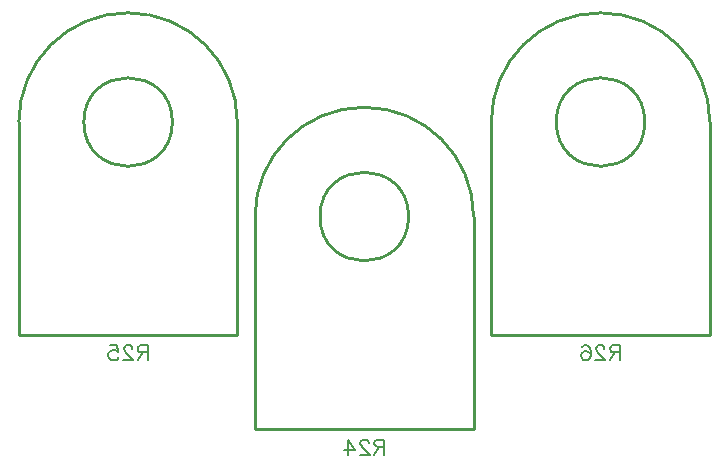
<source format=gbr>
G04 DipTrace 3.2.0.1*
G04 BottomSilk.gbr*
%MOIN*%
G04 #@! TF.FileFunction,Legend,Bot*
G04 #@! TF.Part,Single*
%ADD10C,0.009843*%
%ADD52C,0.00772*%
%FSLAX26Y26*%
G04*
G70*
G90*
G75*
G01*
G04 BotSilk*
%LPD*%
X1466537Y2047244D2*
D10*
G02X1466537Y2047244I147636J0D01*
G01*
X1978346Y2047297D2*
G03X1250000Y2047297I-364173J-53D01*
G01*
X1978346D2*
Y1338583D1*
X1250000Y2047297D2*
Y1338583D1*
X1978346D2*
X1250000D1*
X679136Y2362204D2*
G02X679136Y2362204I147636J0D01*
G01*
X1190945Y2362258D2*
G03X462598Y2362258I-364173J-53D01*
G01*
X1190945D2*
Y1653543D1*
X462598Y2362258D2*
Y1653543D1*
X1190945D2*
X462598D1*
X2253939Y2362204D2*
G02X2253939Y2362204I147636J0D01*
G01*
X2765748Y2362258D2*
G03X2037402Y2362258I-364173J-53D01*
G01*
X2765748D2*
Y1653543D1*
X2037402Y2362258D2*
Y1653543D1*
X2765748D2*
X2037402D1*
X1681041Y1279606D2*
D52*
X1659541D1*
X1652356Y1282038D1*
X1649924Y1284415D1*
X1647547Y1289168D1*
Y1293976D1*
X1649924Y1298730D1*
X1652356Y1301161D1*
X1659541Y1303538D1*
X1681041D1*
Y1253298D1*
X1664294Y1279606D2*
X1647547Y1253298D1*
X1629676Y1291545D2*
Y1293921D1*
X1627300Y1298730D1*
X1624923Y1301106D1*
X1620115Y1303483D1*
X1610553D1*
X1605800Y1301106D1*
X1603423Y1298730D1*
X1600991Y1293921D1*
Y1289168D1*
X1603423Y1284360D1*
X1608176Y1277230D1*
X1632108Y1253298D1*
X1598615D1*
X1559244D2*
Y1303483D1*
X1583176Y1270045D1*
X1547306D1*
X892451Y1594567D2*
X870951D1*
X863766Y1596999D1*
X861334Y1599375D1*
X858958Y1604129D1*
Y1608937D1*
X861334Y1613690D1*
X863766Y1616122D1*
X870951Y1618499D1*
X892451D1*
Y1568259D1*
X875704Y1594567D2*
X858958Y1568259D1*
X841086Y1606505D2*
Y1608882D1*
X838710Y1613690D1*
X836333Y1616067D1*
X831525Y1618443D1*
X821963D1*
X817210Y1616067D1*
X814833Y1613690D1*
X812402Y1608882D1*
Y1604129D1*
X814833Y1599320D1*
X819587Y1592190D1*
X843518Y1568259D1*
X810025D1*
X765901Y1618443D2*
X789777D1*
X792154Y1596944D1*
X789777Y1599320D1*
X782592Y1601752D1*
X775462D1*
X768277Y1599320D1*
X763469Y1594567D1*
X761092Y1587382D1*
Y1582629D1*
X763469Y1575444D1*
X768277Y1570635D1*
X775462Y1568259D1*
X782592D1*
X789777Y1570635D1*
X792154Y1573067D1*
X794586Y1577820D1*
X2466038Y1594567D2*
X2444538D1*
X2437353Y1596999D1*
X2434921Y1599375D1*
X2432545Y1604129D1*
Y1608937D1*
X2434921Y1613690D1*
X2437353Y1616122D1*
X2444538Y1618499D1*
X2466038D1*
Y1568259D1*
X2449291Y1594567D2*
X2432545Y1568259D1*
X2414674Y1606505D2*
Y1608882D1*
X2412297Y1613690D1*
X2409921Y1616067D1*
X2405112Y1618443D1*
X2395550D1*
X2390797Y1616067D1*
X2388421Y1613690D1*
X2385989Y1608882D1*
Y1604129D1*
X2388421Y1599320D1*
X2393174Y1592190D1*
X2417106Y1568259D1*
X2383612D1*
X2339488Y1611314D2*
X2341865Y1616067D1*
X2349050Y1618443D1*
X2353803D1*
X2360988Y1616067D1*
X2365796Y1608882D1*
X2368173Y1596944D1*
Y1585005D1*
X2365796Y1575444D1*
X2360988Y1570635D1*
X2353803Y1568259D1*
X2351426D1*
X2344297Y1570635D1*
X2339488Y1575444D1*
X2337111Y1582629D1*
Y1585005D1*
X2339488Y1592190D1*
X2344297Y1596944D1*
X2351426Y1599320D1*
X2353803D1*
X2360988Y1596944D1*
X2365796Y1592190D1*
X2368173Y1585005D1*
M02*

</source>
